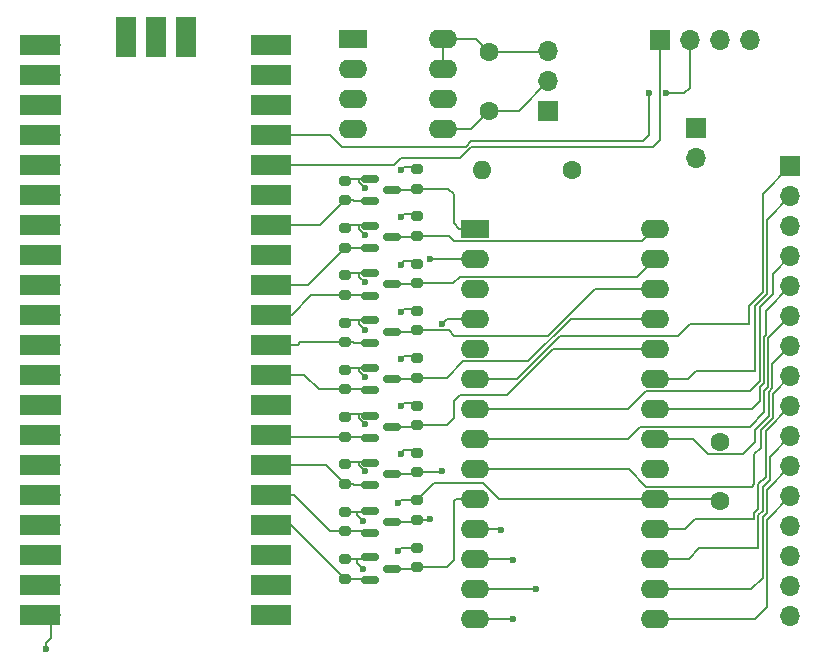
<source format=gbr>
%TF.GenerationSoftware,KiCad,Pcbnew,8.0.5*%
%TF.CreationDate,2024-11-17T15:10:29-05:00*%
%TF.ProjectId,kb-usb-to-coco,6b622d75-7362-42d7-946f-2d636f636f2e,rev?*%
%TF.SameCoordinates,Original*%
%TF.FileFunction,Copper,L1,Top*%
%TF.FilePolarity,Positive*%
%FSLAX46Y46*%
G04 Gerber Fmt 4.6, Leading zero omitted, Abs format (unit mm)*
G04 Created by KiCad (PCBNEW 8.0.5) date 2024-11-17 15:10:29*
%MOMM*%
%LPD*%
G01*
G04 APERTURE LIST*
G04 Aperture macros list*
%AMRoundRect*
0 Rectangle with rounded corners*
0 $1 Rounding radius*
0 $2 $3 $4 $5 $6 $7 $8 $9 X,Y pos of 4 corners*
0 Add a 4 corners polygon primitive as box body*
4,1,4,$2,$3,$4,$5,$6,$7,$8,$9,$2,$3,0*
0 Add four circle primitives for the rounded corners*
1,1,$1+$1,$2,$3*
1,1,$1+$1,$4,$5*
1,1,$1+$1,$6,$7*
1,1,$1+$1,$8,$9*
0 Add four rect primitives between the rounded corners*
20,1,$1+$1,$2,$3,$4,$5,0*
20,1,$1+$1,$4,$5,$6,$7,0*
20,1,$1+$1,$6,$7,$8,$9,0*
20,1,$1+$1,$8,$9,$2,$3,0*%
G04 Aperture macros list end*
%TA.AperFunction,ComponentPad*%
%ADD10R,2.400000X1.600000*%
%TD*%
%TA.AperFunction,ComponentPad*%
%ADD11O,2.400000X1.600000*%
%TD*%
%TA.AperFunction,ComponentPad*%
%ADD12O,1.700000X1.700000*%
%TD*%
%TA.AperFunction,SMDPad,CuDef*%
%ADD13R,3.500000X1.700000*%
%TD*%
%TA.AperFunction,ComponentPad*%
%ADD14R,1.700000X1.700000*%
%TD*%
%TA.AperFunction,SMDPad,CuDef*%
%ADD15R,1.700000X3.500000*%
%TD*%
%TA.AperFunction,ComponentPad*%
%ADD16C,1.600000*%
%TD*%
%TA.AperFunction,ComponentPad*%
%ADD17O,1.600000X1.600000*%
%TD*%
%TA.AperFunction,SMDPad,CuDef*%
%ADD18RoundRect,0.200000X-0.275000X0.200000X-0.275000X-0.200000X0.275000X-0.200000X0.275000X0.200000X0*%
%TD*%
%TA.AperFunction,SMDPad,CuDef*%
%ADD19RoundRect,0.150000X-0.587500X-0.150000X0.587500X-0.150000X0.587500X0.150000X-0.587500X0.150000X0*%
%TD*%
%TA.AperFunction,ViaPad*%
%ADD20C,0.600000*%
%TD*%
%TA.AperFunction,Conductor*%
%ADD21C,0.200000*%
%TD*%
G04 APERTURE END LIST*
D10*
%TO.P,U2,1,NC*%
%TO.N,unconnected-(U2-NC-Pad1)*%
X137500000Y-66420000D03*
D11*
%TO.P,U2,2,A*%
%TO.N,UART_{TX}*%
X137500000Y-68960000D03*
%TO.P,U2,3,C*%
%TO.N,Net-(U2-C)*%
X137500000Y-71500000D03*
%TO.P,U2,4,NC*%
%TO.N,unconnected-(U2-NC-Pad4)*%
X137500000Y-74040000D03*
%TO.P,U2,5,GND*%
%TO.N,UART_{GND}*%
X145120000Y-74040000D03*
%TO.P,U2,6,VO*%
%TO.N,UART_{RXD}*%
X145120000Y-71500000D03*
%TO.P,U2,7,EN*%
%TO.N,UART_{+5V}*%
X145120000Y-68960000D03*
%TO.P,U2,8,VCC*%
X145120000Y-66420000D03*
%TD*%
D12*
%TO.P,U1,1,GPIO0*%
%TO.N,UART_{TX}*%
X129665000Y-115130000D03*
D13*
X130565000Y-115130000D03*
D12*
%TO.P,U1,2,GPIO1*%
%TO.N,unconnected-(U1-GPIO1-Pad2)*%
X129665000Y-112590000D03*
D13*
%TO.N,unconnected-(U1-GPIO1-Pad2)_1*%
X130565000Y-112590000D03*
%TO.P,U1,3,GND*%
%TO.N,GND*%
X130565000Y-110050000D03*
D14*
X129665000Y-110050000D03*
D12*
%TO.P,U1,4,GPIO2*%
%TO.N,RESET_{P}*%
X129665000Y-107510000D03*
D13*
X130565000Y-107510000D03*
D12*
%TO.P,U1,5,GPIO3*%
%TO.N,STROBE_{P}*%
X129665000Y-104970000D03*
D13*
X130565000Y-104970000D03*
D12*
%TO.P,U1,6,GPIO4*%
%TO.N,DATA_{P}*%
X129665000Y-102430000D03*
D13*
X130565000Y-102430000D03*
%TO.P,U1,7,GPIO5*%
%TO.N,AX0_{P}*%
X130565000Y-99890000D03*
D12*
X129665000Y-99890000D03*
D14*
%TO.P,U1,8,GND*%
%TO.N,GND*%
X129665000Y-97350000D03*
D13*
X130565000Y-97350000D03*
%TO.P,U1,9,GPIO6*%
%TO.N,AX1_{P}*%
X130565000Y-94810000D03*
D12*
X129665000Y-94810000D03*
%TO.P,U1,10,GPIO7*%
%TO.N,AX2_{P}*%
X129665000Y-92270000D03*
D13*
X130565000Y-92270000D03*
%TO.P,U1,11,GPIO8*%
%TO.N,AY0_{P}*%
X130565000Y-89730000D03*
D12*
X129665000Y-89730000D03*
%TO.P,U1,12,GPIO9*%
%TO.N,AY1_{P}*%
X129665000Y-87190000D03*
D13*
X130565000Y-87190000D03*
D14*
%TO.P,U1,13,GND*%
%TO.N,GND*%
X129665000Y-84650000D03*
D13*
X130565000Y-84650000D03*
%TO.P,U1,14,GPIO10*%
%TO.N,AY2_{P}*%
X130565000Y-82110000D03*
D12*
X129665000Y-82110000D03*
%TO.P,U1,15,GPIO11*%
%TO.N,unconnected-(U1-GPIO11-Pad15)_1*%
X129665000Y-79570000D03*
D13*
%TO.N,unconnected-(U1-GPIO11-Pad15)*%
X130565000Y-79570000D03*
%TO.P,U1,16,GPIO12*%
%TO.N,SDA*%
X130565000Y-77030000D03*
D12*
X129665000Y-77030000D03*
D13*
%TO.P,U1,17,GPIO13*%
%TO.N,SCL*%
X130565000Y-74490000D03*
D12*
X129665000Y-74490000D03*
D13*
%TO.P,U1,18,GND*%
%TO.N,GND*%
X130565000Y-71950000D03*
D14*
X129665000Y-71950000D03*
D12*
%TO.P,U1,19,GPIO14*%
%TO.N,unconnected-(U1-GPIO14-Pad19)*%
X129665000Y-69410000D03*
D13*
%TO.N,unconnected-(U1-GPIO14-Pad19)_1*%
X130565000Y-69410000D03*
%TO.P,U1,20,GPIO15*%
%TO.N,unconnected-(U1-GPIO15-Pad20)*%
X130565000Y-66870000D03*
D12*
%TO.N,unconnected-(U1-GPIO15-Pad20)_1*%
X129665000Y-66870000D03*
D13*
%TO.P,U1,21,GPIO16*%
%TO.N,unconnected-(U1-GPIO16-Pad21)*%
X110985000Y-66870000D03*
D12*
%TO.N,unconnected-(U1-GPIO16-Pad21)_1*%
X111885000Y-66870000D03*
D13*
%TO.P,U1,22,GPIO17*%
%TO.N,unconnected-(U1-GPIO17-Pad22)*%
X110985000Y-69410000D03*
D12*
%TO.N,unconnected-(U1-GPIO17-Pad22)_1*%
X111885000Y-69410000D03*
D13*
%TO.P,U1,23,GND*%
%TO.N,GND*%
X110985000Y-71950000D03*
D14*
X111885000Y-71950000D03*
D12*
%TO.P,U1,24,GPIO18*%
%TO.N,unconnected-(U1-GPIO18-Pad24)_1*%
X111885000Y-74490000D03*
D13*
%TO.N,unconnected-(U1-GPIO18-Pad24)*%
X110985000Y-74490000D03*
%TO.P,U1,25,GPIO19*%
%TO.N,unconnected-(U1-GPIO19-Pad25)*%
X110985000Y-77030000D03*
D12*
%TO.N,unconnected-(U1-GPIO19-Pad25)_1*%
X111885000Y-77030000D03*
D13*
%TO.P,U1,26,GPIO20*%
%TO.N,unconnected-(U1-GPIO20-Pad26)_1*%
X110985000Y-79570000D03*
D12*
%TO.N,unconnected-(U1-GPIO20-Pad26)*%
X111885000Y-79570000D03*
%TO.P,U1,27,GPIO21*%
%TO.N,unconnected-(U1-GPIO21-Pad27)*%
X111885000Y-82110000D03*
D13*
%TO.N,unconnected-(U1-GPIO21-Pad27)_1*%
X110985000Y-82110000D03*
D14*
%TO.P,U1,28,GND*%
%TO.N,GND*%
X111885000Y-84650000D03*
D13*
X110985000Y-84650000D03*
D12*
%TO.P,U1,29,GPIO22*%
%TO.N,unconnected-(U1-GPIO22-Pad29)_1*%
X111885000Y-87190000D03*
D13*
%TO.N,unconnected-(U1-GPIO22-Pad29)*%
X110985000Y-87190000D03*
%TO.P,U1,30,RUN*%
%TO.N,unconnected-(U1-RUN-Pad30)*%
X110985000Y-89730000D03*
D12*
%TO.N,unconnected-(U1-RUN-Pad30)_1*%
X111885000Y-89730000D03*
%TO.P,U1,31,GPIO26_ADC0*%
%TO.N,unconnected-(U1-GPIO26_ADC0-Pad31)*%
X111885000Y-92270000D03*
D13*
%TO.N,unconnected-(U1-GPIO26_ADC0-Pad31)_1*%
X110985000Y-92270000D03*
D12*
%TO.P,U1,32,GPIO27_ADC1*%
%TO.N,unconnected-(U1-GPIO27_ADC1-Pad32)_1*%
X111885000Y-94810000D03*
D13*
%TO.N,unconnected-(U1-GPIO27_ADC1-Pad32)*%
X110985000Y-94810000D03*
%TO.P,U1,33,AGND*%
%TO.N,unconnected-(U1-AGND-Pad33)*%
X110985000Y-97350000D03*
D14*
%TO.N,unconnected-(U1-AGND-Pad33)_1*%
X111885000Y-97350000D03*
D13*
%TO.P,U1,34,GPIO28_ADC2*%
%TO.N,unconnected-(U1-GPIO28_ADC2-Pad34)_1*%
X110985000Y-99890000D03*
D12*
%TO.N,unconnected-(U1-GPIO28_ADC2-Pad34)*%
X111885000Y-99890000D03*
D13*
%TO.P,U1,35,ADC_VREF*%
%TO.N,unconnected-(U1-ADC_VREF-Pad35)*%
X110985000Y-102430000D03*
D12*
%TO.N,unconnected-(U1-ADC_VREF-Pad35)_1*%
X111885000Y-102430000D03*
%TO.P,U1,36,3V3*%
%TO.N,+3V3*%
X111885000Y-104970000D03*
D13*
X110985000Y-104970000D03*
%TO.P,U1,37,3V3_EN*%
%TO.N,unconnected-(U1-3V3_EN-Pad37)_1*%
X110985000Y-107510000D03*
D12*
%TO.N,unconnected-(U1-3V3_EN-Pad37)*%
X111885000Y-107510000D03*
D13*
%TO.P,U1,38,GND*%
%TO.N,GND*%
X110985000Y-110050000D03*
D14*
X111885000Y-110050000D03*
D13*
%TO.P,U1,39,VSYS*%
%TO.N,unconnected-(U1-VSYS-Pad39)*%
X110985000Y-112590000D03*
D12*
%TO.N,unconnected-(U1-VSYS-Pad39)_1*%
X111885000Y-112590000D03*
%TO.P,U1,40,VBUS*%
%TO.N,+5V*%
X111885000Y-115130000D03*
D13*
X110985000Y-115130000D03*
D15*
%TO.P,U1,41,SWCLK*%
%TO.N,unconnected-(U1-SWCLK-Pad41)_1*%
X123315000Y-66200000D03*
D12*
%TO.N,unconnected-(U1-SWCLK-Pad41)*%
X123315000Y-67100000D03*
D14*
%TO.P,U1,42,GND*%
%TO.N,unconnected-(U1-GND-Pad42)_1*%
X120775000Y-67100000D03*
D15*
%TO.N,unconnected-(U1-GND-Pad42)*%
X120775000Y-66200000D03*
D12*
%TO.P,U1,43,SWDIO*%
%TO.N,unconnected-(U1-SWDIO-Pad43)*%
X118235000Y-67100000D03*
D15*
%TO.N,unconnected-(U1-SWDIO-Pad43)_1*%
X118235000Y-66200000D03*
%TD*%
D16*
%TO.P,R19,1*%
%TO.N,GND*%
X156000000Y-77500000D03*
D17*
%TO.P,R19,2*%
%TO.N,Net-(U2-C)*%
X148380000Y-77500000D03*
%TD*%
D18*
%TO.P,R18,1*%
%TO.N,+5V*%
X142900000Y-77400000D03*
%TO.P,R18,2*%
%TO.N,AY2_{MT}*%
X142900000Y-79050000D03*
%TD*%
%TO.P,R17,1*%
%TO.N,+5V*%
X142900000Y-81406250D03*
%TO.P,R17,2*%
%TO.N,AY1_{MT}*%
X142900000Y-83056250D03*
%TD*%
%TO.P,R16,1*%
%TO.N,+5V*%
X142900000Y-85412500D03*
%TO.P,R16,2*%
%TO.N,AY0_{MT}*%
X142900000Y-87062500D03*
%TD*%
%TO.P,R15,1*%
%TO.N,+3V3*%
X136775000Y-78400000D03*
%TO.P,R15,2*%
%TO.N,AY2_{P}*%
X136775000Y-80050000D03*
%TD*%
%TO.P,R14,1*%
%TO.N,+3V3*%
X136775000Y-82400000D03*
%TO.P,R14,2*%
%TO.N,AY1_{P}*%
X136775000Y-84050000D03*
%TD*%
%TO.P,R13,1*%
%TO.N,+3V3*%
X136775000Y-86400000D03*
%TO.P,R13,2*%
%TO.N,AY0_{P}*%
X136775000Y-88050000D03*
%TD*%
%TO.P,R12,1*%
%TO.N,+5V*%
X142900000Y-89418750D03*
%TO.P,R12,2*%
%TO.N,AX2_{MT}*%
X142900000Y-91068750D03*
%TD*%
%TO.P,R11,1*%
%TO.N,+3V3*%
X136775000Y-90400000D03*
%TO.P,R11,2*%
%TO.N,AX2_{P}*%
X136775000Y-92050000D03*
%TD*%
%TO.P,R10,1*%
%TO.N,+5V*%
X142900000Y-93425000D03*
%TO.P,R10,2*%
%TO.N,AX1_{MT}*%
X142900000Y-95075000D03*
%TD*%
%TO.P,R9,1*%
%TO.N,+3V3*%
X136775000Y-94400000D03*
%TO.P,R9,2*%
%TO.N,AX1_{P}*%
X136775000Y-96050000D03*
%TD*%
%TO.P,R8,1*%
%TO.N,+5V*%
X142900000Y-97431250D03*
%TO.P,R8,2*%
%TO.N,AX0_{MT}*%
X142900000Y-99081250D03*
%TD*%
%TO.P,R7,1*%
%TO.N,+3V3*%
X136775000Y-98400000D03*
%TO.P,R7,2*%
%TO.N,AX0_{P}*%
X136775000Y-100050000D03*
%TD*%
%TO.P,R6,1*%
%TO.N,+5V*%
X142900000Y-101437500D03*
%TO.P,R6,2*%
%TO.N,DATA_{MT}*%
X142900000Y-103087500D03*
%TD*%
%TO.P,R5,1*%
%TO.N,+3V3*%
X136775000Y-102400000D03*
%TO.P,R5,2*%
%TO.N,DATA_{P}*%
X136775000Y-104050000D03*
%TD*%
%TO.P,R4,1*%
%TO.N,+5V*%
X142900000Y-105443750D03*
%TO.P,R4,2*%
%TO.N,STROBE_{MT}*%
X142900000Y-107093750D03*
%TD*%
%TO.P,R3,1*%
%TO.N,+3V3*%
X136775000Y-106400000D03*
%TO.P,R3,2*%
%TO.N,STROBE_{P}*%
X136775000Y-108050000D03*
%TD*%
%TO.P,R2,1*%
%TO.N,+5V*%
X142900000Y-109450000D03*
%TO.P,R2,2*%
%TO.N,RESET_{MT}*%
X142900000Y-111100000D03*
%TD*%
%TO.P,R1,1*%
%TO.N,+3V3*%
X136775000Y-110450000D03*
%TO.P,R1,2*%
%TO.N,RESET_{P}*%
X136775000Y-112100000D03*
%TD*%
D19*
%TO.P,Q2,1,G*%
%TO.N,+3V3*%
X138900000Y-106325000D03*
%TO.P,Q2,2,S*%
%TO.N,STROBE_{P}*%
X138900000Y-108225000D03*
%TO.P,Q2,3,D*%
%TO.N,STROBE_{MT}*%
X140775000Y-107275000D03*
%TD*%
%TO.P,Q1,1,G*%
%TO.N,+3V3*%
X138900000Y-110275000D03*
%TO.P,Q1,2,S*%
%TO.N,RESET_{P}*%
X138900000Y-112175000D03*
%TO.P,Q1,3,D*%
%TO.N,RESET_{MT}*%
X140775000Y-111225000D03*
%TD*%
D14*
%TO.P,J4,1,Pin_1*%
%TO.N,+5V*%
X166500000Y-73960000D03*
D12*
%TO.P,J4,2,Pin_2*%
%TO.N,GND*%
X166500000Y-76500000D03*
%TD*%
D14*
%TO.P,J3,1,Pin_1*%
%TO.N,Net-(J3-Pin_1)*%
X174500000Y-77180000D03*
D12*
%TO.P,J3,2,Pin_2*%
%TO.N,Net-(J3-Pin_2)*%
X174500000Y-79720000D03*
%TO.P,J3,3,Pin_3*%
%TO.N,GND*%
X174500000Y-82260000D03*
%TO.P,J3,4,Pin_4*%
%TO.N,Net-(J3-Pin_4)*%
X174500000Y-84800000D03*
%TO.P,J3,5,Pin_5*%
%TO.N,Net-(J3-Pin_5)*%
X174500000Y-87340000D03*
%TO.P,J3,6,Pin_6*%
%TO.N,Net-(J3-Pin_6)*%
X174500000Y-89880000D03*
%TO.P,J3,7,Pin_7*%
%TO.N,Net-(J3-Pin_7)*%
X174500000Y-92420000D03*
%TO.P,J3,8,Pin_8*%
%TO.N,Net-(J3-Pin_8)*%
X174500000Y-94960000D03*
%TO.P,J3,9,Pin_9*%
%TO.N,Net-(J3-Pin_9)*%
X174500000Y-97500000D03*
%TO.P,J3,10,Pin_10*%
%TO.N,Net-(J3-Pin_10)*%
X174500000Y-100040000D03*
%TO.P,J3,11,Pin_11*%
%TO.N,Net-(J3-Pin_11)*%
X174500000Y-102580000D03*
%TO.P,J3,12,Pin_12*%
%TO.N,Net-(J3-Pin_12)*%
X174500000Y-105120000D03*
%TO.P,J3,13,Pin_13*%
%TO.N,Net-(J3-Pin_13)*%
X174500000Y-107660000D03*
%TO.P,J3,14,Pin_14*%
%TO.N,Net-(J3-Pin_14)*%
X174500000Y-110200000D03*
%TO.P,J3,15,Pin_15*%
%TO.N,Net-(J3-Pin_15)*%
X174500000Y-112740000D03*
%TO.P,J3,16,Pin_16*%
%TO.N,Net-(J3-Pin_16)*%
X174500000Y-115280000D03*
%TD*%
D14*
%TO.P,J2,1,Pin_1*%
%TO.N,UART_{RXD}*%
X154000000Y-72525000D03*
D12*
%TO.P,J2,2,Pin_2*%
%TO.N,UART_{GND}*%
X154000000Y-69985000D03*
%TO.P,J2,3,Pin_3*%
%TO.N,UART_{+5V}*%
X154000000Y-67445000D03*
%TD*%
D14*
%TO.P,J1,1,Pin_1*%
%TO.N,SDA*%
X163420000Y-66500000D03*
D12*
%TO.P,J1,2,Pin_2*%
%TO.N,SCL*%
X165960000Y-66500000D03*
%TO.P,J1,3,Pin_3*%
%TO.N,+3V3*%
X168500000Y-66500000D03*
%TO.P,J1,4,Pin_4*%
%TO.N,GND*%
X171040000Y-66500000D03*
%TD*%
D16*
%TO.P,C2,1*%
%TO.N,UART_{+5V}*%
X149000000Y-67500000D03*
%TO.P,C2,2*%
%TO.N,UART_{GND}*%
X149000000Y-72500000D03*
%TD*%
%TO.P,C1,1*%
%TO.N,GND*%
X168500000Y-100500000D03*
%TO.P,C1,2*%
%TO.N,+5V*%
X168500000Y-105500000D03*
%TD*%
D19*
%TO.P,Q5,1,G*%
%TO.N,+3V3*%
X138900000Y-94225000D03*
%TO.P,Q5,2,S*%
%TO.N,AX1_{P}*%
X138900000Y-96125000D03*
%TO.P,Q5,3,D*%
%TO.N,AX1_{MT}*%
X140775000Y-95175000D03*
%TD*%
%TO.P,Q3,1,G*%
%TO.N,+3V3*%
X138900000Y-102275000D03*
%TO.P,Q3,2,S*%
%TO.N,DATA_{P}*%
X138900000Y-104175000D03*
%TO.P,Q3,3,D*%
%TO.N,DATA_{MT}*%
X140775000Y-103225000D03*
%TD*%
%TO.P,Q4,1,G*%
%TO.N,+3V3*%
X138900000Y-98275000D03*
%TO.P,Q4,2,S*%
%TO.N,AX0_{P}*%
X138900000Y-100175000D03*
%TO.P,Q4,3,D*%
%TO.N,AX0_{MT}*%
X140775000Y-99225000D03*
%TD*%
%TO.P,Q6,1,G*%
%TO.N,+3V3*%
X138900000Y-90225000D03*
%TO.P,Q6,2,S*%
%TO.N,AX2_{P}*%
X138900000Y-92125000D03*
%TO.P,Q6,3,D*%
%TO.N,AX2_{MT}*%
X140775000Y-91175000D03*
%TD*%
%TO.P,Q7,1,G*%
%TO.N,+3V3*%
X138900000Y-86225000D03*
%TO.P,Q7,2,S*%
%TO.N,AY0_{P}*%
X138900000Y-88125000D03*
%TO.P,Q7,3,D*%
%TO.N,AY0_{MT}*%
X140775000Y-87175000D03*
%TD*%
%TO.P,Q8,1,G*%
%TO.N,+3V3*%
X138900000Y-82225000D03*
%TO.P,Q8,2,S*%
%TO.N,AY1_{P}*%
X138900000Y-84125000D03*
%TO.P,Q8,3,D*%
%TO.N,AY1_{MT}*%
X140775000Y-83175000D03*
%TD*%
%TO.P,Q9,1,G*%
%TO.N,+3V3*%
X138900000Y-78225000D03*
%TO.P,Q9,2,S*%
%TO.N,AY2_{P}*%
X138900000Y-80125000D03*
%TO.P,Q9,3,D*%
%TO.N,AY2_{MT}*%
X140775000Y-79175000D03*
%TD*%
D10*
%TO.P,U3,1,AY2*%
%TO.N,AY2_{MT}*%
X147760000Y-82480000D03*
D11*
%TO.P,U3,2,STROBE*%
%TO.N,STROBE_{MT}*%
X147760000Y-85020000D03*
%TO.P,U3,3,V_{EE}*%
%TO.N,GND*%
X147760000Y-87560000D03*
%TO.P,U3,4,DATA*%
%TO.N,DATA_{MT}*%
X147760000Y-90100000D03*
%TO.P,U3,5,V_{SS}*%
%TO.N,GND*%
X147760000Y-92640000D03*
%TO.P,U3,6,X0*%
%TO.N,Net-(J3-Pin_1)*%
X147760000Y-95180000D03*
%TO.P,U3,7,X2*%
%TO.N,Net-(J3-Pin_4)*%
X147760000Y-97720000D03*
%TO.P,U3,8,X4*%
%TO.N,Net-(J3-Pin_6)*%
X147760000Y-100260000D03*
%TO.P,U3,9,X6*%
%TO.N,Net-(J3-Pin_8)*%
X147760000Y-102800000D03*
%TO.P,U3,10,RESET*%
%TO.N,RESET_{MT}*%
X147760000Y-105340000D03*
%TO.P,U3,11,Y7*%
%TO.N,Net-(J3-Pin_16)*%
X147760000Y-107880000D03*
%TO.P,U3,12,Y6*%
%TO.N,Net-(J3-Pin_15)*%
X147760000Y-110420000D03*
%TO.P,U3,13,Y5*%
%TO.N,Net-(J3-Pin_14)*%
X147760000Y-112960000D03*
%TO.P,U3,14,Y4*%
%TO.N,Net-(J3-Pin_13)*%
X147760000Y-115500000D03*
%TO.P,U3,15,Y3*%
%TO.N,Net-(J3-Pin_12)*%
X163000000Y-115500000D03*
%TO.P,U3,16,Y2*%
%TO.N,Net-(J3-Pin_11)*%
X163000000Y-112960000D03*
%TO.P,U3,17,Y1*%
%TO.N,Net-(J3-Pin_10)*%
X163000000Y-110420000D03*
%TO.P,U3,18,Y0*%
%TO.N,Net-(J3-Pin_9)*%
X163000000Y-107880000D03*
%TO.P,U3,19,V_{DD}*%
%TO.N,+5V*%
X163000000Y-105340000D03*
%TO.P,U3,20,X7*%
%TO.N,unconnected-(U3-X7-Pad20)*%
X163000000Y-102800000D03*
%TO.P,U3,21,X5*%
%TO.N,Net-(J3-Pin_7)*%
X163000000Y-100260000D03*
%TO.P,U3,22,X3*%
%TO.N,Net-(J3-Pin_5)*%
X163000000Y-97720000D03*
%TO.P,U3,23,X1*%
%TO.N,Net-(J3-Pin_2)*%
X163000000Y-95180000D03*
%TO.P,U3,24,AX0*%
%TO.N,AX0_{MT}*%
X163000000Y-92640000D03*
%TO.P,U3,25,AX1*%
%TO.N,AX1_{MT}*%
X163000000Y-90100000D03*
%TO.P,U3,26,AX2*%
%TO.N,AX2_{MT}*%
X163000000Y-87560000D03*
%TO.P,U3,27,AY0*%
%TO.N,AY0_{MT}*%
X163000000Y-85020000D03*
%TO.P,U3,28,AY1*%
%TO.N,AY1_{MT}*%
X163000000Y-82480000D03*
%TD*%
D20*
%TO.N,SCL*%
X164000000Y-71000000D03*
X162500000Y-71000000D03*
%TO.N,Net-(J3-Pin_13)*%
X151000000Y-115500000D03*
%TO.N,Net-(J3-Pin_14)*%
X152960000Y-112960000D03*
%TO.N,Net-(J3-Pin_15)*%
X151000000Y-110500000D03*
%TO.N,DATA_{MT}*%
X145000000Y-90500000D03*
X145000000Y-103000000D03*
%TO.N,STROBE_{MT}*%
X144000000Y-85000000D03*
X144000000Y-107000000D03*
%TO.N,+5V*%
X111500000Y-118000000D03*
%TO.N,+3V3*%
X138500000Y-79000000D03*
%TO.N,+5V*%
X141500000Y-77500000D03*
%TO.N,+3V3*%
X138500000Y-83000000D03*
%TO.N,+5V*%
X141515100Y-81484900D03*
%TO.N,+3V3*%
X138500000Y-87000000D03*
%TO.N,+5V*%
X141500000Y-85500000D03*
%TO.N,+3V3*%
X138500000Y-91000000D03*
%TO.N,+5V*%
X141515100Y-89484900D03*
%TO.N,+3V3*%
X138500000Y-95000000D03*
%TO.N,+5V*%
X141500000Y-93500000D03*
%TO.N,+3V3*%
X138500000Y-99000000D03*
%TO.N,+5V*%
X141515100Y-97484900D03*
%TO.N,+3V3*%
X138500000Y-103000000D03*
%TO.N,+5V*%
X141500000Y-101500000D03*
X141290100Y-105709900D03*
%TO.N,+3V3*%
X138275000Y-107225000D03*
%TO.N,+5V*%
X141275000Y-109725000D03*
%TO.N,+3V3*%
X138275000Y-111225000D03*
%TO.N,Net-(J3-Pin_16)*%
X149981272Y-107981273D03*
%TD*%
D21*
%TO.N,STROBE_{MT}*%
X144000000Y-85000000D02*
X144020000Y-85020000D01*
X144020000Y-85020000D02*
X147760000Y-85020000D01*
%TO.N,+5V*%
X149840000Y-105340000D02*
X148500000Y-104000000D01*
X163000000Y-105340000D02*
X149840000Y-105340000D01*
X148500000Y-104000000D02*
X144343750Y-104000000D01*
X144343750Y-104000000D02*
X142900000Y-105443750D01*
X168500000Y-105500000D02*
X168000000Y-105500000D01*
X168000000Y-105500000D02*
X167840000Y-105340000D01*
X167840000Y-105340000D02*
X163000000Y-105340000D01*
%TO.N,UART_{GND}*%
X149000000Y-72500000D02*
X151485000Y-72500000D01*
X151485000Y-72500000D02*
X154000000Y-69985000D01*
X145120000Y-74040000D02*
X147460000Y-74040000D01*
X147460000Y-74040000D02*
X149000000Y-72500000D01*
%TO.N,UART_{+5V}*%
X145120000Y-66420000D02*
X145120000Y-68960000D01*
X149000000Y-67500000D02*
X153945000Y-67500000D01*
X153945000Y-67500000D02*
X154000000Y-67445000D01*
X145120000Y-66420000D02*
X147920000Y-66420000D01*
X147920000Y-66420000D02*
X149000000Y-67500000D01*
%TO.N,SCL*%
X164000000Y-71000000D02*
X165500000Y-71000000D01*
X165500000Y-71000000D02*
X165960000Y-70540000D01*
X165960000Y-70540000D02*
X165960000Y-66500000D01*
X147000000Y-75500000D02*
X147500000Y-75000000D01*
X136500000Y-75500000D02*
X147000000Y-75500000D01*
X129665000Y-74490000D02*
X135490000Y-74490000D01*
X135490000Y-74490000D02*
X136500000Y-75500000D01*
X147500000Y-75000000D02*
X162000000Y-75000000D01*
X162500000Y-74500000D02*
X162500000Y-71000000D01*
X162000000Y-75000000D02*
X162500000Y-74500000D01*
%TO.N,SDA*%
X147500000Y-75500000D02*
X162500000Y-75500000D01*
X163420000Y-74920000D02*
X162840000Y-75500000D01*
X162840000Y-75500000D02*
X162500000Y-75500000D01*
X129665000Y-77030000D02*
X140970000Y-77030000D01*
X140970000Y-77030000D02*
X141500000Y-76500000D01*
X141500000Y-76500000D02*
X146500000Y-76500000D01*
X146500000Y-76500000D02*
X147500000Y-75500000D01*
X163420000Y-74920000D02*
X163420000Y-66500000D01*
%TO.N,Net-(J3-Pin_12)*%
X163000000Y-115500000D02*
X171500000Y-115500000D01*
X171500000Y-115500000D02*
X172500000Y-114500000D01*
X172500000Y-107120000D02*
X174500000Y-105120000D01*
X172500000Y-114500000D02*
X172500000Y-107120000D01*
%TO.N,Net-(J3-Pin_11)*%
X163000000Y-112960000D02*
X171190000Y-112960000D01*
X172500000Y-104580000D02*
X174500000Y-102580000D01*
X171190000Y-112960000D02*
X172150000Y-112000000D01*
X172150000Y-112000000D02*
X172150000Y-106850000D01*
X172150000Y-106850000D02*
X172500000Y-106500000D01*
X172500000Y-106500000D02*
X172500000Y-104580000D01*
%TO.N,Net-(J3-Pin_10)*%
X171800000Y-109500000D02*
X166800000Y-109500000D01*
%TO.N,Net-(J3-Pin_9)*%
X166450000Y-107000000D02*
X171450000Y-107000000D01*
%TO.N,Net-(J3-Pin_1)*%
X171000000Y-90500000D02*
X166000000Y-90500000D01*
%TO.N,Net-(J3-Pin_2)*%
X171500000Y-94500000D02*
X166500000Y-94500000D01*
%TO.N,Net-(J3-Pin_4)*%
X174500000Y-84800000D02*
X173000000Y-86300000D01*
X173000000Y-86300000D02*
X173000000Y-88000000D01*
X173000000Y-88000000D02*
X171932513Y-89067487D01*
X171932513Y-95355025D02*
X171057538Y-96230000D01*
X171932513Y-89067487D02*
X171932513Y-95355025D01*
X160780000Y-97720000D02*
X147760000Y-97720000D01*
X171057538Y-96230000D02*
X162270000Y-96230000D01*
X162270000Y-96230000D02*
X160780000Y-97720000D01*
%TO.N,Net-(J3-Pin_5)*%
X163000000Y-97720000D02*
X171230000Y-97720000D01*
X171230000Y-97720000D02*
X171950000Y-97000000D01*
X171950000Y-97000000D02*
X171950000Y-95832513D01*
X172282513Y-91602512D02*
X172442513Y-91442512D01*
X171950000Y-95832513D02*
X172282513Y-95500000D01*
X172282513Y-95500000D02*
X172282513Y-91602512D01*
X172442513Y-91442512D02*
X172442513Y-89397487D01*
X172442513Y-89397487D02*
X174500000Y-87340000D01*
%TO.N,Net-(J3-Pin_6)*%
X161790000Y-99210000D02*
X171090000Y-99210000D01*
%TO.N,Net-(J3-Pin_7)*%
X163000000Y-100260000D02*
X166260000Y-100260000D01*
X172650000Y-96315026D02*
X172982513Y-95982513D01*
X166260000Y-100260000D02*
X167550000Y-101550000D01*
X167550000Y-101550000D02*
X170450000Y-101550000D01*
X170450000Y-101550000D02*
X171500000Y-100500000D01*
X171500000Y-100500000D02*
X171500000Y-99500000D01*
X171500000Y-99500000D02*
X172650000Y-98350000D01*
X172650000Y-98350000D02*
X172650000Y-96315026D01*
X172982513Y-95982513D02*
X172982513Y-93937487D01*
X172982513Y-93937487D02*
X174500000Y-92420000D01*
%TO.N,Net-(J3-Pin_8)*%
X147760000Y-102800000D02*
X160800000Y-102800000D01*
X162290000Y-104290000D02*
X171210000Y-104290000D01*
X171210000Y-104290000D02*
X171450000Y-104050000D01*
X160800000Y-102800000D02*
X162290000Y-104290000D01*
X171450000Y-104050000D02*
X171450000Y-101550000D01*
X171450000Y-101550000D02*
X172000000Y-101000000D01*
X172000000Y-101000000D02*
X172000000Y-99500000D01*
X172000000Y-99500000D02*
X173000000Y-98500000D01*
X173000000Y-98500000D02*
X173000000Y-96460000D01*
X173000000Y-96460000D02*
X174500000Y-94960000D01*
%TO.N,Net-(J3-Pin_10)*%
X174500000Y-100040000D02*
X172750000Y-101790000D01*
X172750000Y-101790000D02*
X172750000Y-103750000D01*
X172750000Y-103750000D02*
X172150000Y-104350000D01*
X172150000Y-104350000D02*
X172150000Y-106355025D01*
X172150000Y-106355025D02*
X171800000Y-106705025D01*
X171800000Y-106705025D02*
X171800000Y-109500000D01*
X166800000Y-109500000D02*
X165880000Y-110420000D01*
X165880000Y-110420000D02*
X163000000Y-110420000D01*
%TO.N,Net-(J3-Pin_9)*%
X174500000Y-97500000D02*
X172400000Y-99600000D01*
X172400000Y-99600000D02*
X172400000Y-103500000D01*
X172400000Y-103500000D02*
X171800000Y-104100000D01*
X165570000Y-107880000D02*
X163000000Y-107880000D01*
X171800000Y-104100000D02*
X171800000Y-106210050D01*
X171800000Y-106210050D02*
X171450000Y-106560050D01*
X171450000Y-106560050D02*
X171450000Y-107000000D01*
X166450000Y-107000000D02*
X165570000Y-107880000D01*
%TO.N,Net-(J3-Pin_6)*%
X174500000Y-89880000D02*
X172632513Y-91747487D01*
X172632513Y-91747487D02*
X172632513Y-95837538D01*
X172632513Y-95837538D02*
X172300000Y-96170051D01*
X172300000Y-96170051D02*
X172300000Y-98000000D01*
X172300000Y-98000000D02*
X171090000Y-99210000D01*
X161790000Y-99210000D02*
X160740000Y-100260000D01*
X160740000Y-100260000D02*
X147760000Y-100260000D01*
%TO.N,Net-(J3-Pin_2)*%
X174500000Y-79720000D02*
X172500000Y-81720000D01*
X172500000Y-81720000D02*
X172500000Y-88000000D01*
X172500000Y-88000000D02*
X171500000Y-89000000D01*
X171500000Y-89000000D02*
X171500000Y-94500000D01*
X166500000Y-94500000D02*
X165820000Y-95180000D01*
X165820000Y-95180000D02*
X163000000Y-95180000D01*
%TO.N,Net-(J3-Pin_1)*%
X174500000Y-77180000D02*
X172150000Y-79530000D01*
X155005026Y-91500000D02*
X151325026Y-95180000D01*
X172150000Y-79530000D02*
X172150000Y-87850000D01*
X172150000Y-87850000D02*
X171000000Y-89000000D01*
X171000000Y-89000000D02*
X171000000Y-90500000D01*
X165000000Y-91500000D02*
X155005026Y-91500000D01*
X166000000Y-90500000D02*
X165000000Y-91500000D01*
X151325026Y-95180000D02*
X147760000Y-95180000D01*
%TO.N,Net-(J3-Pin_13)*%
X150500000Y-115500000D02*
X151000000Y-115500000D01*
X147760000Y-115500000D02*
X150500000Y-115500000D01*
%TO.N,Net-(J3-Pin_14)*%
X147760000Y-112960000D02*
X152960000Y-112960000D01*
%TO.N,Net-(J3-Pin_15)*%
X150920000Y-110420000D02*
X151000000Y-110500000D01*
X147760000Y-110420000D02*
X150920000Y-110420000D01*
%TO.N,AY2_{MT}*%
X145550000Y-79050000D02*
X142900000Y-79050000D01*
%TO.N,AY1_{MT}*%
X145556250Y-83056250D02*
X142900000Y-83056250D01*
%TO.N,AY0_{MT}*%
X145937500Y-87062500D02*
X142900000Y-87062500D01*
%TO.N,RESET_{MT}*%
X145400000Y-111100000D02*
X142900000Y-111100000D01*
%TO.N,AX0_{MT}*%
X145418750Y-99081250D02*
X142900000Y-99081250D01*
%TO.N,AX1_{MT}*%
X145425000Y-95075000D02*
X142900000Y-95075000D01*
%TO.N,AX2_{MT}*%
X145568750Y-91068750D02*
X142900000Y-91068750D01*
%TO.N,DATA_{MT}*%
X145000000Y-90500000D02*
X145400000Y-90100000D01*
X145400000Y-90100000D02*
X147760000Y-90100000D01*
X147360000Y-90500000D02*
X147760000Y-90100000D01*
X144912500Y-103087500D02*
X145000000Y-103000000D01*
X142900000Y-103087500D02*
X144912500Y-103087500D01*
%TO.N,RESET_{MT}*%
X145400000Y-111100000D02*
X146000000Y-110500000D01*
X146000000Y-110500000D02*
X146000000Y-105500000D01*
X146000000Y-105500000D02*
X146160000Y-105340000D01*
X146160000Y-105340000D02*
X147760000Y-105340000D01*
%TO.N,AY2_{MT}*%
X146000000Y-79500000D02*
X146000000Y-82000000D01*
X146480000Y-82480000D02*
X147760000Y-82480000D01*
X145550000Y-79050000D02*
X146000000Y-79500000D01*
X146000000Y-82000000D02*
X146480000Y-82480000D01*
%TO.N,AY1_{MT}*%
X145556250Y-83056250D02*
X146030000Y-83530000D01*
X146030000Y-83530000D02*
X161950000Y-83530000D01*
X161950000Y-83530000D02*
X163000000Y-82480000D01*
%TO.N,AY0_{MT}*%
X145937500Y-87062500D02*
X146500000Y-86500000D01*
X146500000Y-86500000D02*
X161520000Y-86500000D01*
X161520000Y-86500000D02*
X163000000Y-85020000D01*
%TO.N,AX2_{MT}*%
X145568750Y-91068750D02*
X146000000Y-91500000D01*
X154005026Y-91500000D02*
X157945026Y-87560000D01*
X146000000Y-91500000D02*
X154005026Y-91500000D01*
X157945026Y-87560000D02*
X163000000Y-87560000D01*
%TO.N,AX1_{MT}*%
X163000000Y-90100000D02*
X155900000Y-90100000D01*
X155900000Y-90100000D02*
X152310000Y-93690000D01*
X152310000Y-93690000D02*
X146810000Y-93690000D01*
X146810000Y-93690000D02*
X145425000Y-95075000D01*
%TO.N,AX0_{MT}*%
X163000000Y-92640000D02*
X154360000Y-92640000D01*
X154360000Y-92640000D02*
X150500000Y-96500000D01*
X150500000Y-96500000D02*
X146500000Y-96500000D01*
X146500000Y-96500000D02*
X146000000Y-97000000D01*
X146000000Y-97000000D02*
X146000000Y-98500000D01*
X146000000Y-98500000D02*
X145418750Y-99081250D01*
%TO.N,STROBE_{MT}*%
X143906250Y-107093750D02*
X144000000Y-107000000D01*
X142900000Y-107093750D02*
X143906250Y-107093750D01*
%TO.N,+5V*%
X111500000Y-118000000D02*
X111500000Y-117500000D01*
X111500000Y-117500000D02*
X111885000Y-117115000D01*
X111885000Y-117115000D02*
X111885000Y-115130000D01*
%TO.N,AY2_{MT}*%
X140775000Y-79175000D02*
X142775000Y-79175000D01*
X142775000Y-79175000D02*
X142900000Y-79050000D01*
%TO.N,AY2_{P}*%
X136775000Y-80050000D02*
X137450000Y-80050000D01*
X137450000Y-80050000D02*
X137525000Y-80125000D01*
X137525000Y-80125000D02*
X138900000Y-80125000D01*
%TO.N,AY1_{MT}*%
X140775000Y-83175000D02*
X142781250Y-83175000D01*
X142781250Y-83175000D02*
X142900000Y-83056250D01*
%TO.N,AY1_{P}*%
X136775000Y-84050000D02*
X138825000Y-84050000D01*
X138825000Y-84050000D02*
X138900000Y-84125000D01*
%TO.N,AY0_{MT}*%
X140775000Y-87175000D02*
X142787500Y-87175000D01*
X142787500Y-87175000D02*
X142900000Y-87062500D01*
%TO.N,AY0_{P}*%
X136775000Y-88050000D02*
X138825000Y-88050000D01*
X138825000Y-88050000D02*
X138900000Y-88125000D01*
%TO.N,AX2_{MT}*%
X140775000Y-91175000D02*
X142793750Y-91175000D01*
X142793750Y-91175000D02*
X142900000Y-91068750D01*
%TO.N,AX2_{P}*%
X136775000Y-92050000D02*
X137450000Y-92050000D01*
X137450000Y-92050000D02*
X137525000Y-92125000D01*
X137525000Y-92125000D02*
X138900000Y-92125000D01*
%TO.N,AX1_{MT}*%
X140775000Y-95175000D02*
X142800000Y-95175000D01*
X142800000Y-95175000D02*
X142900000Y-95075000D01*
%TO.N,AX1_{P}*%
X136775000Y-96050000D02*
X138825000Y-96050000D01*
X138825000Y-96050000D02*
X138900000Y-96125000D01*
%TO.N,AX0_{MT}*%
X140775000Y-99225000D02*
X142756250Y-99225000D01*
X142756250Y-99225000D02*
X142900000Y-99081250D01*
%TO.N,AX0_{P}*%
X136775000Y-100050000D02*
X138775000Y-100050000D01*
X138775000Y-100050000D02*
X138900000Y-100175000D01*
%TO.N,DATA_{MT}*%
X140775000Y-103225000D02*
X142762500Y-103225000D01*
X142762500Y-103225000D02*
X142900000Y-103087500D01*
%TO.N,DATA_{P}*%
X136775000Y-104050000D02*
X137450000Y-104050000D01*
X137450000Y-104050000D02*
X137575000Y-104175000D01*
X137575000Y-104175000D02*
X138900000Y-104175000D01*
%TO.N,STROBE_{MT}*%
X140775000Y-107275000D02*
X142718750Y-107275000D01*
X142718750Y-107275000D02*
X142900000Y-107093750D01*
%TO.N,STROBE_{P}*%
X136775000Y-108050000D02*
X138725000Y-108050000D01*
X138725000Y-108050000D02*
X138900000Y-108225000D01*
%TO.N,RESET_{MT}*%
X140775000Y-111225000D02*
X142775000Y-111225000D01*
X142775000Y-111225000D02*
X142900000Y-111100000D01*
%TO.N,RESET_{P}*%
X136775000Y-112100000D02*
X138825000Y-112100000D01*
X138825000Y-112100000D02*
X138900000Y-112175000D01*
%TO.N,AY2_{P}*%
X129665000Y-82110000D02*
X134715000Y-82110000D01*
X134715000Y-82110000D02*
X136775000Y-80050000D01*
%TO.N,AY1_{P}*%
X129665000Y-87190000D02*
X133635000Y-87190000D01*
X133635000Y-87190000D02*
X136775000Y-84050000D01*
%TO.N,AY0_{P}*%
X129665000Y-89730000D02*
X132270000Y-89730000D01*
X132270000Y-89730000D02*
X133950000Y-88050000D01*
X133950000Y-88050000D02*
X136775000Y-88050000D01*
%TO.N,AX2_{P}*%
X129665000Y-92270000D02*
X132770000Y-92270000D01*
X132770000Y-92270000D02*
X132990000Y-92050000D01*
X132990000Y-92050000D02*
X136775000Y-92050000D01*
%TO.N,AX1_{P}*%
X129665000Y-94810000D02*
X133310000Y-94810000D01*
X133310000Y-94810000D02*
X134550000Y-96050000D01*
X134550000Y-96050000D02*
X136775000Y-96050000D01*
%TO.N,AX0_{P}*%
X129665000Y-99890000D02*
X129825000Y-100050000D01*
X129825000Y-100050000D02*
X136775000Y-100050000D01*
%TO.N,DATA_{P}*%
X129665000Y-102430000D02*
X135155000Y-102430000D01*
X135155000Y-102430000D02*
X136775000Y-104050000D01*
%TO.N,STROBE_{P}*%
X129665000Y-104970000D02*
X132470000Y-104970000D01*
X132470000Y-104970000D02*
X135550000Y-108050000D01*
X135550000Y-108050000D02*
X136775000Y-108050000D01*
%TO.N,RESET_{P}*%
X129665000Y-107510000D02*
X132185000Y-107510000D01*
X132185000Y-107510000D02*
X136775000Y-112100000D01*
%TO.N,+5V*%
X141775000Y-77225000D02*
X141500000Y-77500000D01*
%TO.N,+3V3*%
X137000000Y-78225000D02*
X138000000Y-78225000D01*
X138000000Y-78500000D02*
X138500000Y-79000000D01*
X138000000Y-78225000D02*
X138950000Y-78225000D01*
X138000000Y-78225000D02*
X138000000Y-78500000D01*
%TO.N,+5V*%
X143125000Y-77225000D02*
X141775000Y-77225000D01*
X141775000Y-85225000D02*
X141500000Y-85500000D01*
%TO.N,+3V3*%
X138000000Y-82175000D02*
X138000000Y-82500000D01*
%TO.N,+5V*%
X141781250Y-81218750D02*
X141515100Y-81484900D01*
X143125000Y-81218750D02*
X141781250Y-81218750D01*
%TO.N,+3V3*%
X138000000Y-82500000D02*
X138500000Y-83000000D01*
X138000000Y-82175000D02*
X139050000Y-82175000D01*
X137000000Y-82175000D02*
X138000000Y-82175000D01*
X137000000Y-86225000D02*
X138000000Y-86225000D01*
X138000000Y-86500000D02*
X138500000Y-87000000D01*
X138000000Y-86225000D02*
X138950000Y-86225000D01*
X138000000Y-86225000D02*
X138000000Y-86500000D01*
%TO.N,+5V*%
X143125000Y-85225000D02*
X141775000Y-85225000D01*
%TO.N,+3V3*%
X139050000Y-82175000D02*
X139125000Y-82100000D01*
%TO.N,+5V*%
X141775000Y-93225000D02*
X141500000Y-93500000D01*
%TO.N,+3V3*%
X138000000Y-90175000D02*
X138000000Y-90500000D01*
%TO.N,+5V*%
X141781250Y-89218750D02*
X141515100Y-89484900D01*
X143125000Y-89218750D02*
X141781250Y-89218750D01*
%TO.N,+3V3*%
X138000000Y-90500000D02*
X138500000Y-91000000D01*
X138000000Y-90175000D02*
X139050000Y-90175000D01*
X137000000Y-90175000D02*
X138000000Y-90175000D01*
X137000000Y-94225000D02*
X138000000Y-94225000D01*
X138000000Y-94500000D02*
X138500000Y-95000000D01*
X138000000Y-94225000D02*
X138950000Y-94225000D01*
X138000000Y-94225000D02*
X138000000Y-94500000D01*
%TO.N,+5V*%
X143125000Y-93225000D02*
X141775000Y-93225000D01*
%TO.N,+3V3*%
X139050000Y-90175000D02*
X139125000Y-90100000D01*
%TO.N,+5V*%
X141775000Y-101225000D02*
X141500000Y-101500000D01*
%TO.N,+3V3*%
X138000000Y-98175000D02*
X138000000Y-98500000D01*
%TO.N,+5V*%
X141781250Y-97218750D02*
X141515100Y-97484900D01*
X143125000Y-97218750D02*
X141781250Y-97218750D01*
%TO.N,+3V3*%
X138000000Y-98500000D02*
X138500000Y-99000000D01*
X138000000Y-98175000D02*
X139050000Y-98175000D01*
X137000000Y-98175000D02*
X138000000Y-98175000D01*
X137000000Y-102225000D02*
X138000000Y-102225000D01*
X138000000Y-102500000D02*
X138500000Y-103000000D01*
X138000000Y-102225000D02*
X138950000Y-102225000D01*
X138000000Y-102225000D02*
X138000000Y-102500000D01*
%TO.N,+5V*%
X143125000Y-101225000D02*
X141775000Y-101225000D01*
%TO.N,+3V3*%
X139050000Y-98175000D02*
X139125000Y-98100000D01*
%TO.N,+5V*%
X142900000Y-105443750D02*
X141556250Y-105443750D01*
X141556250Y-105443750D02*
X141290100Y-105709900D01*
%TO.N,+3V3*%
X137775000Y-106725000D02*
X138275000Y-107225000D01*
X137775000Y-106400000D02*
X137775000Y-106725000D01*
X136775000Y-106400000D02*
X137775000Y-106400000D01*
X137775000Y-106400000D02*
X138825000Y-106400000D01*
X138825000Y-106400000D02*
X138900000Y-106325000D01*
%TO.N,+5V*%
X141550000Y-109450000D02*
X141275000Y-109725000D01*
X142900000Y-109450000D02*
X141550000Y-109450000D01*
%TO.N,+3V3*%
X137775000Y-110725000D02*
X138275000Y-111225000D01*
X136775000Y-110450000D02*
X137775000Y-110450000D01*
X137775000Y-110450000D02*
X137775000Y-110725000D01*
X137775000Y-110450000D02*
X138725000Y-110450000D01*
%TO.N,Net-(J3-Pin_16)*%
X149880000Y-107880000D02*
X149981272Y-107981273D01*
X147760000Y-107880000D02*
X149880000Y-107880000D01*
%TD*%
M02*

</source>
